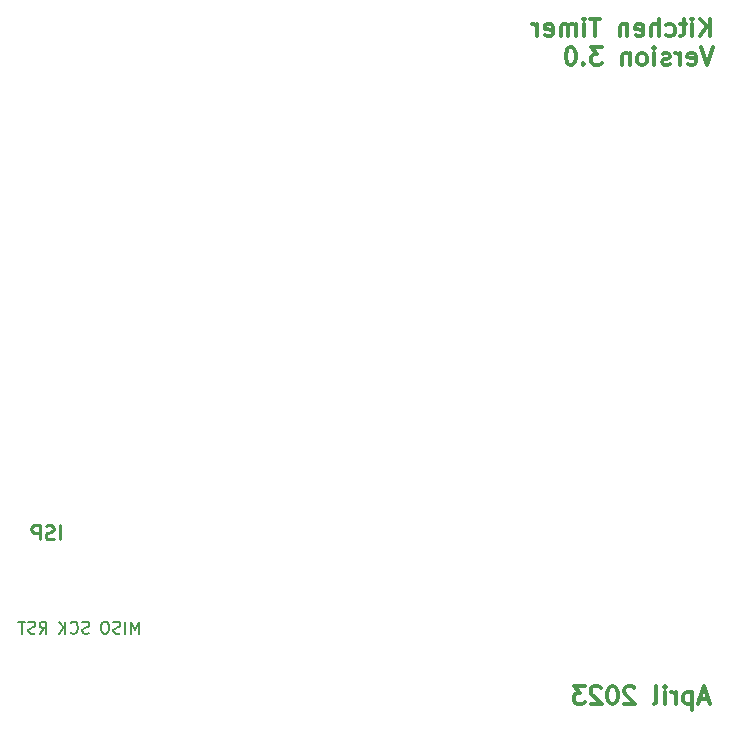
<source format=gbr>
%TF.GenerationSoftware,KiCad,Pcbnew,7.0.1*%
%TF.CreationDate,2023-04-15T14:04:07-06:00*%
%TF.ProjectId,Phase_B_ATMEGA_v3,50686173-655f-4425-9f41-544d4547415f,rev?*%
%TF.SameCoordinates,Original*%
%TF.FileFunction,Legend,Bot*%
%TF.FilePolarity,Positive*%
%FSLAX46Y46*%
G04 Gerber Fmt 4.6, Leading zero omitted, Abs format (unit mm)*
G04 Created by KiCad (PCBNEW 7.0.1) date 2023-04-15 14:04:07*
%MOMM*%
%LPD*%
G01*
G04 APERTURE LIST*
%ADD10C,0.150000*%
%ADD11C,0.240000*%
%ADD12C,0.300000*%
G04 APERTURE END LIST*
D10*
X107735619Y-102824619D02*
X108068952Y-102348428D01*
X108307047Y-102824619D02*
X108307047Y-101824619D01*
X108307047Y-101824619D02*
X107926095Y-101824619D01*
X107926095Y-101824619D02*
X107830857Y-101872238D01*
X107830857Y-101872238D02*
X107783238Y-101919857D01*
X107783238Y-101919857D02*
X107735619Y-102015095D01*
X107735619Y-102015095D02*
X107735619Y-102157952D01*
X107735619Y-102157952D02*
X107783238Y-102253190D01*
X107783238Y-102253190D02*
X107830857Y-102300809D01*
X107830857Y-102300809D02*
X107926095Y-102348428D01*
X107926095Y-102348428D02*
X108307047Y-102348428D01*
X107354666Y-102777000D02*
X107211809Y-102824619D01*
X107211809Y-102824619D02*
X106973714Y-102824619D01*
X106973714Y-102824619D02*
X106878476Y-102777000D01*
X106878476Y-102777000D02*
X106830857Y-102729380D01*
X106830857Y-102729380D02*
X106783238Y-102634142D01*
X106783238Y-102634142D02*
X106783238Y-102538904D01*
X106783238Y-102538904D02*
X106830857Y-102443666D01*
X106830857Y-102443666D02*
X106878476Y-102396047D01*
X106878476Y-102396047D02*
X106973714Y-102348428D01*
X106973714Y-102348428D02*
X107164190Y-102300809D01*
X107164190Y-102300809D02*
X107259428Y-102253190D01*
X107259428Y-102253190D02*
X107307047Y-102205571D01*
X107307047Y-102205571D02*
X107354666Y-102110333D01*
X107354666Y-102110333D02*
X107354666Y-102015095D01*
X107354666Y-102015095D02*
X107307047Y-101919857D01*
X107307047Y-101919857D02*
X107259428Y-101872238D01*
X107259428Y-101872238D02*
X107164190Y-101824619D01*
X107164190Y-101824619D02*
X106926095Y-101824619D01*
X106926095Y-101824619D02*
X106783238Y-101872238D01*
X106497523Y-101824619D02*
X105926095Y-101824619D01*
X106211809Y-102824619D02*
X106211809Y-101824619D01*
D11*
X109442285Y-94849142D02*
X109442285Y-93649142D01*
X108927999Y-94792000D02*
X108756571Y-94849142D01*
X108756571Y-94849142D02*
X108470856Y-94849142D01*
X108470856Y-94849142D02*
X108356571Y-94792000D01*
X108356571Y-94792000D02*
X108299428Y-94734857D01*
X108299428Y-94734857D02*
X108242285Y-94620571D01*
X108242285Y-94620571D02*
X108242285Y-94506285D01*
X108242285Y-94506285D02*
X108299428Y-94392000D01*
X108299428Y-94392000D02*
X108356571Y-94334857D01*
X108356571Y-94334857D02*
X108470856Y-94277714D01*
X108470856Y-94277714D02*
X108699428Y-94220571D01*
X108699428Y-94220571D02*
X108813713Y-94163428D01*
X108813713Y-94163428D02*
X108870856Y-94106285D01*
X108870856Y-94106285D02*
X108927999Y-93992000D01*
X108927999Y-93992000D02*
X108927999Y-93877714D01*
X108927999Y-93877714D02*
X108870856Y-93763428D01*
X108870856Y-93763428D02*
X108813713Y-93706285D01*
X108813713Y-93706285D02*
X108699428Y-93649142D01*
X108699428Y-93649142D02*
X108413713Y-93649142D01*
X108413713Y-93649142D02*
X108242285Y-93706285D01*
X107727999Y-94849142D02*
X107727999Y-93649142D01*
X107727999Y-93649142D02*
X107270856Y-93649142D01*
X107270856Y-93649142D02*
X107156571Y-93706285D01*
X107156571Y-93706285D02*
X107099428Y-93763428D01*
X107099428Y-93763428D02*
X107042285Y-93877714D01*
X107042285Y-93877714D02*
X107042285Y-94049142D01*
X107042285Y-94049142D02*
X107099428Y-94163428D01*
X107099428Y-94163428D02*
X107156571Y-94220571D01*
X107156571Y-94220571D02*
X107270856Y-94277714D01*
X107270856Y-94277714D02*
X107727999Y-94277714D01*
D10*
X111917234Y-102777000D02*
X111774377Y-102824619D01*
X111774377Y-102824619D02*
X111536282Y-102824619D01*
X111536282Y-102824619D02*
X111441044Y-102777000D01*
X111441044Y-102777000D02*
X111393425Y-102729380D01*
X111393425Y-102729380D02*
X111345806Y-102634142D01*
X111345806Y-102634142D02*
X111345806Y-102538904D01*
X111345806Y-102538904D02*
X111393425Y-102443666D01*
X111393425Y-102443666D02*
X111441044Y-102396047D01*
X111441044Y-102396047D02*
X111536282Y-102348428D01*
X111536282Y-102348428D02*
X111726758Y-102300809D01*
X111726758Y-102300809D02*
X111821996Y-102253190D01*
X111821996Y-102253190D02*
X111869615Y-102205571D01*
X111869615Y-102205571D02*
X111917234Y-102110333D01*
X111917234Y-102110333D02*
X111917234Y-102015095D01*
X111917234Y-102015095D02*
X111869615Y-101919857D01*
X111869615Y-101919857D02*
X111821996Y-101872238D01*
X111821996Y-101872238D02*
X111726758Y-101824619D01*
X111726758Y-101824619D02*
X111488663Y-101824619D01*
X111488663Y-101824619D02*
X111345806Y-101872238D01*
X110345806Y-102729380D02*
X110393425Y-102777000D01*
X110393425Y-102777000D02*
X110536282Y-102824619D01*
X110536282Y-102824619D02*
X110631520Y-102824619D01*
X110631520Y-102824619D02*
X110774377Y-102777000D01*
X110774377Y-102777000D02*
X110869615Y-102681761D01*
X110869615Y-102681761D02*
X110917234Y-102586523D01*
X110917234Y-102586523D02*
X110964853Y-102396047D01*
X110964853Y-102396047D02*
X110964853Y-102253190D01*
X110964853Y-102253190D02*
X110917234Y-102062714D01*
X110917234Y-102062714D02*
X110869615Y-101967476D01*
X110869615Y-101967476D02*
X110774377Y-101872238D01*
X110774377Y-101872238D02*
X110631520Y-101824619D01*
X110631520Y-101824619D02*
X110536282Y-101824619D01*
X110536282Y-101824619D02*
X110393425Y-101872238D01*
X110393425Y-101872238D02*
X110345806Y-101919857D01*
X109917234Y-102824619D02*
X109917234Y-101824619D01*
X109345806Y-102824619D02*
X109774377Y-102253190D01*
X109345806Y-101824619D02*
X109917234Y-102396047D01*
D12*
X164488857Y-52250428D02*
X164488857Y-50750428D01*
X163631714Y-52250428D02*
X164274571Y-51393285D01*
X163631714Y-50750428D02*
X164488857Y-51607571D01*
X162988857Y-52250428D02*
X162988857Y-51250428D01*
X162988857Y-50750428D02*
X163060285Y-50821857D01*
X163060285Y-50821857D02*
X162988857Y-50893285D01*
X162988857Y-50893285D02*
X162917428Y-50821857D01*
X162917428Y-50821857D02*
X162988857Y-50750428D01*
X162988857Y-50750428D02*
X162988857Y-50893285D01*
X162488856Y-51250428D02*
X161917428Y-51250428D01*
X162274571Y-50750428D02*
X162274571Y-52036142D01*
X162274571Y-52036142D02*
X162203142Y-52179000D01*
X162203142Y-52179000D02*
X162060285Y-52250428D01*
X162060285Y-52250428D02*
X161917428Y-52250428D01*
X160774571Y-52179000D02*
X160917428Y-52250428D01*
X160917428Y-52250428D02*
X161203142Y-52250428D01*
X161203142Y-52250428D02*
X161345999Y-52179000D01*
X161345999Y-52179000D02*
X161417428Y-52107571D01*
X161417428Y-52107571D02*
X161488856Y-51964714D01*
X161488856Y-51964714D02*
X161488856Y-51536142D01*
X161488856Y-51536142D02*
X161417428Y-51393285D01*
X161417428Y-51393285D02*
X161345999Y-51321857D01*
X161345999Y-51321857D02*
X161203142Y-51250428D01*
X161203142Y-51250428D02*
X160917428Y-51250428D01*
X160917428Y-51250428D02*
X160774571Y-51321857D01*
X160131714Y-52250428D02*
X160131714Y-50750428D01*
X159488857Y-52250428D02*
X159488857Y-51464714D01*
X159488857Y-51464714D02*
X159560285Y-51321857D01*
X159560285Y-51321857D02*
X159703142Y-51250428D01*
X159703142Y-51250428D02*
X159917428Y-51250428D01*
X159917428Y-51250428D02*
X160060285Y-51321857D01*
X160060285Y-51321857D02*
X160131714Y-51393285D01*
X158203142Y-52179000D02*
X158345999Y-52250428D01*
X158345999Y-52250428D02*
X158631714Y-52250428D01*
X158631714Y-52250428D02*
X158774571Y-52179000D01*
X158774571Y-52179000D02*
X158845999Y-52036142D01*
X158845999Y-52036142D02*
X158845999Y-51464714D01*
X158845999Y-51464714D02*
X158774571Y-51321857D01*
X158774571Y-51321857D02*
X158631714Y-51250428D01*
X158631714Y-51250428D02*
X158345999Y-51250428D01*
X158345999Y-51250428D02*
X158203142Y-51321857D01*
X158203142Y-51321857D02*
X158131714Y-51464714D01*
X158131714Y-51464714D02*
X158131714Y-51607571D01*
X158131714Y-51607571D02*
X158845999Y-51750428D01*
X157488857Y-51250428D02*
X157488857Y-52250428D01*
X157488857Y-51393285D02*
X157417428Y-51321857D01*
X157417428Y-51321857D02*
X157274571Y-51250428D01*
X157274571Y-51250428D02*
X157060285Y-51250428D01*
X157060285Y-51250428D02*
X156917428Y-51321857D01*
X156917428Y-51321857D02*
X156846000Y-51464714D01*
X156846000Y-51464714D02*
X156846000Y-52250428D01*
X155203142Y-50750428D02*
X154346000Y-50750428D01*
X154774571Y-52250428D02*
X154774571Y-50750428D01*
X153846000Y-52250428D02*
X153846000Y-51250428D01*
X153846000Y-50750428D02*
X153917428Y-50821857D01*
X153917428Y-50821857D02*
X153846000Y-50893285D01*
X153846000Y-50893285D02*
X153774571Y-50821857D01*
X153774571Y-50821857D02*
X153846000Y-50750428D01*
X153846000Y-50750428D02*
X153846000Y-50893285D01*
X153131714Y-52250428D02*
X153131714Y-51250428D01*
X153131714Y-51393285D02*
X153060285Y-51321857D01*
X153060285Y-51321857D02*
X152917428Y-51250428D01*
X152917428Y-51250428D02*
X152703142Y-51250428D01*
X152703142Y-51250428D02*
X152560285Y-51321857D01*
X152560285Y-51321857D02*
X152488857Y-51464714D01*
X152488857Y-51464714D02*
X152488857Y-52250428D01*
X152488857Y-51464714D02*
X152417428Y-51321857D01*
X152417428Y-51321857D02*
X152274571Y-51250428D01*
X152274571Y-51250428D02*
X152060285Y-51250428D01*
X152060285Y-51250428D02*
X151917428Y-51321857D01*
X151917428Y-51321857D02*
X151845999Y-51464714D01*
X151845999Y-51464714D02*
X151845999Y-52250428D01*
X150560285Y-52179000D02*
X150703142Y-52250428D01*
X150703142Y-52250428D02*
X150988857Y-52250428D01*
X150988857Y-52250428D02*
X151131714Y-52179000D01*
X151131714Y-52179000D02*
X151203142Y-52036142D01*
X151203142Y-52036142D02*
X151203142Y-51464714D01*
X151203142Y-51464714D02*
X151131714Y-51321857D01*
X151131714Y-51321857D02*
X150988857Y-51250428D01*
X150988857Y-51250428D02*
X150703142Y-51250428D01*
X150703142Y-51250428D02*
X150560285Y-51321857D01*
X150560285Y-51321857D02*
X150488857Y-51464714D01*
X150488857Y-51464714D02*
X150488857Y-51607571D01*
X150488857Y-51607571D02*
X151203142Y-51750428D01*
X149846000Y-52250428D02*
X149846000Y-51250428D01*
X149846000Y-51536142D02*
X149774571Y-51393285D01*
X149774571Y-51393285D02*
X149703143Y-51321857D01*
X149703143Y-51321857D02*
X149560285Y-51250428D01*
X149560285Y-51250428D02*
X149417428Y-51250428D01*
X164703142Y-53180428D02*
X164203142Y-54680428D01*
X164203142Y-54680428D02*
X163703142Y-53180428D01*
X162631714Y-54609000D02*
X162774571Y-54680428D01*
X162774571Y-54680428D02*
X163060286Y-54680428D01*
X163060286Y-54680428D02*
X163203143Y-54609000D01*
X163203143Y-54609000D02*
X163274571Y-54466142D01*
X163274571Y-54466142D02*
X163274571Y-53894714D01*
X163274571Y-53894714D02*
X163203143Y-53751857D01*
X163203143Y-53751857D02*
X163060286Y-53680428D01*
X163060286Y-53680428D02*
X162774571Y-53680428D01*
X162774571Y-53680428D02*
X162631714Y-53751857D01*
X162631714Y-53751857D02*
X162560286Y-53894714D01*
X162560286Y-53894714D02*
X162560286Y-54037571D01*
X162560286Y-54037571D02*
X163274571Y-54180428D01*
X161917429Y-54680428D02*
X161917429Y-53680428D01*
X161917429Y-53966142D02*
X161846000Y-53823285D01*
X161846000Y-53823285D02*
X161774572Y-53751857D01*
X161774572Y-53751857D02*
X161631714Y-53680428D01*
X161631714Y-53680428D02*
X161488857Y-53680428D01*
X161060286Y-54609000D02*
X160917429Y-54680428D01*
X160917429Y-54680428D02*
X160631715Y-54680428D01*
X160631715Y-54680428D02*
X160488858Y-54609000D01*
X160488858Y-54609000D02*
X160417429Y-54466142D01*
X160417429Y-54466142D02*
X160417429Y-54394714D01*
X160417429Y-54394714D02*
X160488858Y-54251857D01*
X160488858Y-54251857D02*
X160631715Y-54180428D01*
X160631715Y-54180428D02*
X160846001Y-54180428D01*
X160846001Y-54180428D02*
X160988858Y-54109000D01*
X160988858Y-54109000D02*
X161060286Y-53966142D01*
X161060286Y-53966142D02*
X161060286Y-53894714D01*
X161060286Y-53894714D02*
X160988858Y-53751857D01*
X160988858Y-53751857D02*
X160846001Y-53680428D01*
X160846001Y-53680428D02*
X160631715Y-53680428D01*
X160631715Y-53680428D02*
X160488858Y-53751857D01*
X159774572Y-54680428D02*
X159774572Y-53680428D01*
X159774572Y-53180428D02*
X159846000Y-53251857D01*
X159846000Y-53251857D02*
X159774572Y-53323285D01*
X159774572Y-53323285D02*
X159703143Y-53251857D01*
X159703143Y-53251857D02*
X159774572Y-53180428D01*
X159774572Y-53180428D02*
X159774572Y-53323285D01*
X158846000Y-54680428D02*
X158988857Y-54609000D01*
X158988857Y-54609000D02*
X159060286Y-54537571D01*
X159060286Y-54537571D02*
X159131714Y-54394714D01*
X159131714Y-54394714D02*
X159131714Y-53966142D01*
X159131714Y-53966142D02*
X159060286Y-53823285D01*
X159060286Y-53823285D02*
X158988857Y-53751857D01*
X158988857Y-53751857D02*
X158846000Y-53680428D01*
X158846000Y-53680428D02*
X158631714Y-53680428D01*
X158631714Y-53680428D02*
X158488857Y-53751857D01*
X158488857Y-53751857D02*
X158417429Y-53823285D01*
X158417429Y-53823285D02*
X158346000Y-53966142D01*
X158346000Y-53966142D02*
X158346000Y-54394714D01*
X158346000Y-54394714D02*
X158417429Y-54537571D01*
X158417429Y-54537571D02*
X158488857Y-54609000D01*
X158488857Y-54609000D02*
X158631714Y-54680428D01*
X158631714Y-54680428D02*
X158846000Y-54680428D01*
X157703143Y-53680428D02*
X157703143Y-54680428D01*
X157703143Y-53823285D02*
X157631714Y-53751857D01*
X157631714Y-53751857D02*
X157488857Y-53680428D01*
X157488857Y-53680428D02*
X157274571Y-53680428D01*
X157274571Y-53680428D02*
X157131714Y-53751857D01*
X157131714Y-53751857D02*
X157060286Y-53894714D01*
X157060286Y-53894714D02*
X157060286Y-54680428D01*
X155346000Y-53180428D02*
X154417428Y-53180428D01*
X154417428Y-53180428D02*
X154917428Y-53751857D01*
X154917428Y-53751857D02*
X154703143Y-53751857D01*
X154703143Y-53751857D02*
X154560286Y-53823285D01*
X154560286Y-53823285D02*
X154488857Y-53894714D01*
X154488857Y-53894714D02*
X154417428Y-54037571D01*
X154417428Y-54037571D02*
X154417428Y-54394714D01*
X154417428Y-54394714D02*
X154488857Y-54537571D01*
X154488857Y-54537571D02*
X154560286Y-54609000D01*
X154560286Y-54609000D02*
X154703143Y-54680428D01*
X154703143Y-54680428D02*
X155131714Y-54680428D01*
X155131714Y-54680428D02*
X155274571Y-54609000D01*
X155274571Y-54609000D02*
X155346000Y-54537571D01*
X153774572Y-54537571D02*
X153703143Y-54609000D01*
X153703143Y-54609000D02*
X153774572Y-54680428D01*
X153774572Y-54680428D02*
X153846000Y-54609000D01*
X153846000Y-54609000D02*
X153774572Y-54537571D01*
X153774572Y-54537571D02*
X153774572Y-54680428D01*
X152774571Y-53180428D02*
X152631714Y-53180428D01*
X152631714Y-53180428D02*
X152488857Y-53251857D01*
X152488857Y-53251857D02*
X152417429Y-53323285D01*
X152417429Y-53323285D02*
X152346000Y-53466142D01*
X152346000Y-53466142D02*
X152274571Y-53751857D01*
X152274571Y-53751857D02*
X152274571Y-54109000D01*
X152274571Y-54109000D02*
X152346000Y-54394714D01*
X152346000Y-54394714D02*
X152417429Y-54537571D01*
X152417429Y-54537571D02*
X152488857Y-54609000D01*
X152488857Y-54609000D02*
X152631714Y-54680428D01*
X152631714Y-54680428D02*
X152774571Y-54680428D01*
X152774571Y-54680428D02*
X152917429Y-54609000D01*
X152917429Y-54609000D02*
X152988857Y-54537571D01*
X152988857Y-54537571D02*
X153060286Y-54394714D01*
X153060286Y-54394714D02*
X153131714Y-54109000D01*
X153131714Y-54109000D02*
X153131714Y-53751857D01*
X153131714Y-53751857D02*
X153060286Y-53466142D01*
X153060286Y-53466142D02*
X152988857Y-53323285D01*
X152988857Y-53323285D02*
X152917429Y-53251857D01*
X152917429Y-53251857D02*
X152774571Y-53180428D01*
D10*
X116125427Y-102824619D02*
X116125427Y-101824619D01*
X116125427Y-101824619D02*
X115792094Y-102538904D01*
X115792094Y-102538904D02*
X115458761Y-101824619D01*
X115458761Y-101824619D02*
X115458761Y-102824619D01*
X114982570Y-102824619D02*
X114982570Y-101824619D01*
X114553999Y-102777000D02*
X114411142Y-102824619D01*
X114411142Y-102824619D02*
X114173047Y-102824619D01*
X114173047Y-102824619D02*
X114077809Y-102777000D01*
X114077809Y-102777000D02*
X114030190Y-102729380D01*
X114030190Y-102729380D02*
X113982571Y-102634142D01*
X113982571Y-102634142D02*
X113982571Y-102538904D01*
X113982571Y-102538904D02*
X114030190Y-102443666D01*
X114030190Y-102443666D02*
X114077809Y-102396047D01*
X114077809Y-102396047D02*
X114173047Y-102348428D01*
X114173047Y-102348428D02*
X114363523Y-102300809D01*
X114363523Y-102300809D02*
X114458761Y-102253190D01*
X114458761Y-102253190D02*
X114506380Y-102205571D01*
X114506380Y-102205571D02*
X114553999Y-102110333D01*
X114553999Y-102110333D02*
X114553999Y-102015095D01*
X114553999Y-102015095D02*
X114506380Y-101919857D01*
X114506380Y-101919857D02*
X114458761Y-101872238D01*
X114458761Y-101872238D02*
X114363523Y-101824619D01*
X114363523Y-101824619D02*
X114125428Y-101824619D01*
X114125428Y-101824619D02*
X113982571Y-101872238D01*
X113363523Y-101824619D02*
X113173047Y-101824619D01*
X113173047Y-101824619D02*
X113077809Y-101872238D01*
X113077809Y-101872238D02*
X112982571Y-101967476D01*
X112982571Y-101967476D02*
X112934952Y-102157952D01*
X112934952Y-102157952D02*
X112934952Y-102491285D01*
X112934952Y-102491285D02*
X112982571Y-102681761D01*
X112982571Y-102681761D02*
X113077809Y-102777000D01*
X113077809Y-102777000D02*
X113173047Y-102824619D01*
X113173047Y-102824619D02*
X113363523Y-102824619D01*
X113363523Y-102824619D02*
X113458761Y-102777000D01*
X113458761Y-102777000D02*
X113553999Y-102681761D01*
X113553999Y-102681761D02*
X113601618Y-102491285D01*
X113601618Y-102491285D02*
X113601618Y-102157952D01*
X113601618Y-102157952D02*
X113553999Y-101967476D01*
X113553999Y-101967476D02*
X113458761Y-101872238D01*
X113458761Y-101872238D02*
X113363523Y-101824619D01*
D12*
X164306285Y-108353857D02*
X163592000Y-108353857D01*
X164449142Y-108782428D02*
X163949142Y-107282428D01*
X163949142Y-107282428D02*
X163449142Y-108782428D01*
X162949143Y-107782428D02*
X162949143Y-109282428D01*
X162949143Y-107853857D02*
X162806286Y-107782428D01*
X162806286Y-107782428D02*
X162520571Y-107782428D01*
X162520571Y-107782428D02*
X162377714Y-107853857D01*
X162377714Y-107853857D02*
X162306286Y-107925285D01*
X162306286Y-107925285D02*
X162234857Y-108068142D01*
X162234857Y-108068142D02*
X162234857Y-108496714D01*
X162234857Y-108496714D02*
X162306286Y-108639571D01*
X162306286Y-108639571D02*
X162377714Y-108711000D01*
X162377714Y-108711000D02*
X162520571Y-108782428D01*
X162520571Y-108782428D02*
X162806286Y-108782428D01*
X162806286Y-108782428D02*
X162949143Y-108711000D01*
X161592000Y-108782428D02*
X161592000Y-107782428D01*
X161592000Y-108068142D02*
X161520571Y-107925285D01*
X161520571Y-107925285D02*
X161449143Y-107853857D01*
X161449143Y-107853857D02*
X161306285Y-107782428D01*
X161306285Y-107782428D02*
X161163428Y-107782428D01*
X160663429Y-108782428D02*
X160663429Y-107782428D01*
X160663429Y-107282428D02*
X160734857Y-107353857D01*
X160734857Y-107353857D02*
X160663429Y-107425285D01*
X160663429Y-107425285D02*
X160592000Y-107353857D01*
X160592000Y-107353857D02*
X160663429Y-107282428D01*
X160663429Y-107282428D02*
X160663429Y-107425285D01*
X159734857Y-108782428D02*
X159877714Y-108711000D01*
X159877714Y-108711000D02*
X159949143Y-108568142D01*
X159949143Y-108568142D02*
X159949143Y-107282428D01*
X158092000Y-107425285D02*
X158020572Y-107353857D01*
X158020572Y-107353857D02*
X157877715Y-107282428D01*
X157877715Y-107282428D02*
X157520572Y-107282428D01*
X157520572Y-107282428D02*
X157377715Y-107353857D01*
X157377715Y-107353857D02*
X157306286Y-107425285D01*
X157306286Y-107425285D02*
X157234857Y-107568142D01*
X157234857Y-107568142D02*
X157234857Y-107711000D01*
X157234857Y-107711000D02*
X157306286Y-107925285D01*
X157306286Y-107925285D02*
X158163429Y-108782428D01*
X158163429Y-108782428D02*
X157234857Y-108782428D01*
X156306286Y-107282428D02*
X156163429Y-107282428D01*
X156163429Y-107282428D02*
X156020572Y-107353857D01*
X156020572Y-107353857D02*
X155949144Y-107425285D01*
X155949144Y-107425285D02*
X155877715Y-107568142D01*
X155877715Y-107568142D02*
X155806286Y-107853857D01*
X155806286Y-107853857D02*
X155806286Y-108211000D01*
X155806286Y-108211000D02*
X155877715Y-108496714D01*
X155877715Y-108496714D02*
X155949144Y-108639571D01*
X155949144Y-108639571D02*
X156020572Y-108711000D01*
X156020572Y-108711000D02*
X156163429Y-108782428D01*
X156163429Y-108782428D02*
X156306286Y-108782428D01*
X156306286Y-108782428D02*
X156449144Y-108711000D01*
X156449144Y-108711000D02*
X156520572Y-108639571D01*
X156520572Y-108639571D02*
X156592001Y-108496714D01*
X156592001Y-108496714D02*
X156663429Y-108211000D01*
X156663429Y-108211000D02*
X156663429Y-107853857D01*
X156663429Y-107853857D02*
X156592001Y-107568142D01*
X156592001Y-107568142D02*
X156520572Y-107425285D01*
X156520572Y-107425285D02*
X156449144Y-107353857D01*
X156449144Y-107353857D02*
X156306286Y-107282428D01*
X155234858Y-107425285D02*
X155163430Y-107353857D01*
X155163430Y-107353857D02*
X155020573Y-107282428D01*
X155020573Y-107282428D02*
X154663430Y-107282428D01*
X154663430Y-107282428D02*
X154520573Y-107353857D01*
X154520573Y-107353857D02*
X154449144Y-107425285D01*
X154449144Y-107425285D02*
X154377715Y-107568142D01*
X154377715Y-107568142D02*
X154377715Y-107711000D01*
X154377715Y-107711000D02*
X154449144Y-107925285D01*
X154449144Y-107925285D02*
X155306287Y-108782428D01*
X155306287Y-108782428D02*
X154377715Y-108782428D01*
X153877716Y-107282428D02*
X152949144Y-107282428D01*
X152949144Y-107282428D02*
X153449144Y-107853857D01*
X153449144Y-107853857D02*
X153234859Y-107853857D01*
X153234859Y-107853857D02*
X153092002Y-107925285D01*
X153092002Y-107925285D02*
X153020573Y-107996714D01*
X153020573Y-107996714D02*
X152949144Y-108139571D01*
X152949144Y-108139571D02*
X152949144Y-108496714D01*
X152949144Y-108496714D02*
X153020573Y-108639571D01*
X153020573Y-108639571D02*
X153092002Y-108711000D01*
X153092002Y-108711000D02*
X153234859Y-108782428D01*
X153234859Y-108782428D02*
X153663430Y-108782428D01*
X153663430Y-108782428D02*
X153806287Y-108711000D01*
X153806287Y-108711000D02*
X153877716Y-108639571D01*
M02*

</source>
